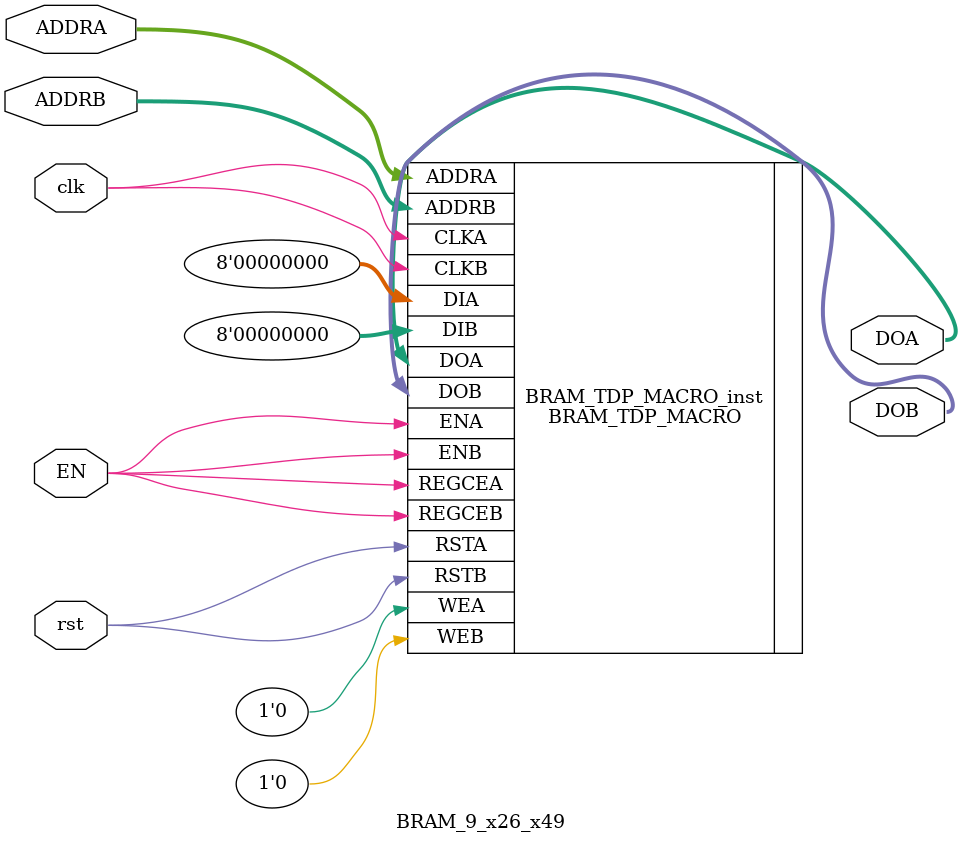
<source format=v>

module BRAM_9_x26_x49(
    input [9:0] ADDRA,
    input [9:0] ADDRB,
    input clk,
    input rst, input EN,
    output [7:0] DOA,
    output [7:0] DOB
    );



// Spartan-6
// Xilinx HDL Libraries Guide, version 14.7
//////////////////////////////////////////////////////////////////////////
// DATA_WIDTH_A/B | BRAM_SIZE | RAM Depth | ADDRA/B Width | WEA/B Width //
// ===============|===========|===========|===============|=============//
// 19-36 | "18Kb" | 512 | 9-bit | 4-bit //
// 10-18 | "18Kb" | 1024 | 10-bit | 2-bit //
// 10-18 | "9Kb" | 512 | 9-bit | 2-bit //
// 5-9 | "18Kb" | 2048 | 11-bit | 1-bit //
// 5-9 | "9Kb" | 1024 | 10-bit | 1-bit //
// 3-4 | "18Kb" | 4096 | 12-bit | 1-bit //
// 3-4 | "9Kb" | 2048 | 11-bit | 1-bit //
// 2 | "18Kb" | 8192 | 13-bit | 1-bit //
// 2 | "9Kb" | 4096 | 12-bit | 1-bit //
// 1 | "18Kb" | 16384 | 14-bit | 1-bit //
// 1 | "9Kb" | 8192 | 12-bit | 1-bit //
//////////////////////////////////////////////////////////////////////////
BRAM_TDP_MACRO #(
	.BRAM_SIZE("9Kb"), // Target BRAM: "9Kb" or "18Kb"
	.DEVICE("SPARTAN6"), // Target device: "VIRTEX5", "VIRTEX6", "SPARTAN6"
	.DOA_REG(1), // Optional port A output register (0 or 1)
	.DOB_REG(1), // Optional port B output register (0 or 1)
	.INIT_A(36'h0123), // Initial values on port A output port
	.INIT_B(36'h3210), // Initial values on port B output port
	.INIT_FILE ("NONE"),
		.READ_WIDTH_A (8), // Valid values are 1-36
	.READ_WIDTH_B (8), // Valid values are 1-36
	.SIM_COLLISION_CHECK ("NONE"), // Collision check enable "ALL", "WARNING_ONLY",
	// "GENERATE_X_ONLY" or "NONE"
	.SRVAL_A(36'h00000000), // Set/Reset value for port A output
	.SRVAL_B(36'h00000000), // Set/Reset value for port B output
	.WRITE_MODE_A("WRITE_FIRST"), // "WRITE_FIRST", "READ_FIRST", or "NO_CHANGE"
	.WRITE_MODE_B("WRITE_FIRST"), // "WRITE_FIRST", "READ_FIRST", or "NO_CHANGE"
	.WRITE_WIDTH_A(8), // Valid values are 1-36
	.WRITE_WIDTH_B(8), // Valid values are 1-36
	
.INIT_00(256'hAC7AE500497A00000000000000000000D600E500330000000000000000000000),
.INIT_01(256'h6CD8B500C7965000D14EAD009F00AD00BBA2180010ECFD007C4E000032000000),
.INIT_02(256'hEEA8970079A8000042D2720030D2000046009700D100000090007200E2000000),
.INIT_03(256'h1FDDF9D894C13C8A56BF152C38A3357E640B2AA6EF17EFF45713C652390FE600),
.INIT_04(256'hAC6821F887A6A09C7AAAFE00D000FE00B48E43649F40C20084AA00002E000000),
.INIT_05(256'hAF09B23BCA89335FABE453004F0053001AEF7DA77F6FFCC3F8E400001C000000),
.INIT_06(256'hABE779CAF2298AAE4F17940097BDE60061D31B56381DE83263C56A00BB6F1800),
.INIT_07(256'h8D45C0C5C89761F34F6EE7388BD8C76A940F7127D1DDD011B0C2CA467474EA14),
.INIT_08(256'h5B8D12F7BE8DF7F7F7F7F7F7F7F7F7F721F712F7C4F7F7F7F7F7F7F7F7F7F7F7),
.INIT_09(256'h9B2F42F73061A7F726B95AF768F75AF74C55EFF7E71B0AF78BB9F7F7C5F7F7F7),
.INIT_0A(256'h195F60F78E5FF7F7B52585F7C725F7F7B1F760F726F7F7F767F785F715F7F7F7),
.INIT_0B(256'hE82A0E2F6336CB7DA148E2DBCF54C28993FCDD5118E01803A0E431A5CEF811F7),
.INIT_0C(256'h5B9FD60F7051576B8D5D09F727F709F74379B49368B735F7735DF7F7D9F7F7F7),
.INIT_0D(256'h58FE45CC3D7EC4A85C13A4F7B8F7A4F7ED188A5088980B340F13F7F7EBF7F7F7),
.INIT_0E(256'h5C108E3D05DE7D59B8E063F7604A11F79624ECA1CFEA1FC594329DF74C98EFF7),
.INIT_0F(256'h7AB237323F609604B89910CF7C2F309D63F886D0262A27E647353DB183831DE3),
.INIT_10(256'h0E8D3600388D0000000000000000000083003600B50000000000000000000000),
.INIT_11(256'h3B64F8003B52CE00C136E500F700E50053E91D0053DF2B002436000012000000),
.INIT_12(256'hF7118A007D110000F99CBC00459C0000E6008A006C0000006500BC00D9000000),
.INIT_13(256'h8E4E279902489DA9FA92B417409438275D78E5BED17E5F8EA42976301E2FFA00),
.INIT_14(256'h1E969B42B20C8C630EBB5100B5005100A178A9210DE2BE005FBB0000E4000000),
.INIT_15(256'h30644E59AAC85978CF8DB4004200B4006A8A993AF0268E1B7B8D0000F6000000),
.INIT_16(256'hD0EEAE18C07405399A993E009D228200F39C9C7BE306375A57056F0050BED300),
.INIT_17(256'hE0F84AC8F664D1D9CBC56445CA78E87501ADBA8C1731219DC47EF762C5C37B52),
.INIT_18(256'hF97AC1F7CF7AF7F7F7F7F7F7F7F7F7F774F7C1F742F7F7F7F7F7F7F7F7F7F7F7),
.INIT_19(256'hCC930FF7CCA539F736C112F700F712F7A41EEAF7A428DCF7D3C1F7F7E5F7F7F7),
.INIT_1A(256'h00E67DF78AE6F7F70E6B4BF7B26BF7F711F77DF79BF7F7F792F74BF72EF7F7F7),
.INIT_1B(256'h79B9D06EF5BF6A5E0D6543E0B763CFD0AA8F12492689A87953DE81C7E9D80DF7),
.INIT_1C(256'hE9616CB545FB7B94F94CA6F742F7A6F7568F5ED6FA1549F7A84CF7F713F7F7F7),
.INIT_1D(256'hC793B9AE5D3FAE8F387A43F7B5F743F79D7D6ECD07D179EC8C7AF7F701F7F7F7),
.INIT_1E(256'h271959EF3783F2CE6D6EC9F76AD575F7046B6B8C14F1C0ADA0F298F7A74924F7),
.INIT_1F(256'h170FBD3F0193262E3C3293B23D8F1F82F65A4D7BE0C6D66A3389009532348CA5),


	
	//===============================================================================
	
	.INIT_20(256'h0000000000000000000000000000000000000000000000000000000000000000),
	.INIT_21(256'h0000000000000000000000000000000000000000000000000000000000000000),
	.INIT_22(256'h0000000000000000000000000000000000000000000000000000000000000000),
	.INIT_23(256'h0000000000000000000000000000000000000000000000000000000000000000),
	.INIT_24(256'h0000000000000000000000000000000000000000000000000000000000000000),
	.INIT_25(256'h0000000000000000000000000000000000000000000000000000000000000000),
	.INIT_26(256'h0000000000000000000000000000000000000000000000000000000000000000),
	.INIT_27(256'h0000000000000000000000000000000000000000000000000000000000000000),
	.INIT_28(256'h0000000000000000000000000000000000000000000000000000000000000000),
	.INIT_29(256'h0000000000000000000000000000000000000000000000000000000000000000),
	.INIT_2A(256'h0000000000000000000000000000000000000000000000000000000000000000),
	.INIT_2B(256'h0000000000000000000000000000000000000000000000000000000000000000),
	.INIT_2C(256'h0000000000000000000000000000000000000000000000000000000000000000),
	.INIT_2D(256'h0000000000000000000000000000000000000000000000000000000000000000),
	.INIT_2E(256'h0000000000000000000000000000000000000000000000000000000000000000),
	.INIT_2F(256'h0000000000000000000000000000000000000000000000000000000000000000),
	.INIT_30(256'h0000000000000000000000000000000000000000000000000000000000000000),
	.INIT_31(256'h0000000000000000000000000000000000000000000000000000000000000000),
	.INIT_32(256'h0000000000000000000000000000000000000000000000000000000000000000),
	.INIT_33(256'h0000000000000000000000000000000000000000000000000000000000000000),
	.INIT_34(256'h0000000000000000000000000000000000000000000000000000000000000000),
	.INIT_35(256'h0000000000000000000000000000000000000000000000000000000000000000),
	.INIT_36(256'h0000000000000000000000000000000000000000000000000000000000000000),
	.INIT_37(256'h0000000000000000000000000000000000000000000000000000000000000000),
	.INIT_38(256'h0000000000000000000000000000000000000000000000000000000000000000),
	.INIT_39(256'h0000000000000000000000000000000000000000000000000000000000000000),
	.INIT_3A(256'h0000000000000000000000000000000000000000000000000000000000000000),
	.INIT_3B(256'h0000000000000000000000000000000000000000000000000000000000000000),
	.INIT_3C(256'h0000000000000000000000000000000000000000000000000000000000000000),
	.INIT_3D(256'h0000000000000000000000000000000000000000000000000000000000000000),
	.INIT_3E(256'h0000000000000000000000000000000000000000000000000000000000000000),
	.INIT_3F(256'h0000000000000000000000000000000000000000000000000000000000000000),


	// The next set of INITP_xx are for the parity bits
	.INITP_00(256'h0000000000000000000000000000000000000000000000000000000000000000),
	.INITP_01(256'h0000000000000000000000000000000000000000000000000000000000000000),
	.INITP_02(256'h0000000000000000000000000000000000000000000000000000000000000000),
	.INITP_03(256'h0000000000000000000000000000000000000000000000000000000000000000),
	// The next set of INITP_xx are for "18Kb" configuration only
	.INITP_04(256'h0000000000000000000000000000000000000000000000000000000000000000),
	.INITP_05(256'h0000000000000000000000000000000000000000000000000000000000000000),
	.INITP_06(256'h0000000000000000000000000000000000000000000000000000000000000000),
	.INITP_07(256'h0000000000000000000000000000000000000000000000000000000000000000)
) BRAM_TDP_MACRO_inst (
	.DOA(DOA), // Output port-A data, width defined by READ_WIDTH_A parameter
	.DOB(DOB), // Output port-B data, width defined by READ_WIDTH_B parameter
	.ADDRA(ADDRA), // Input port-A address, width defined by Port A depth
	.ADDRB(ADDRB), // Input port-B address, width defined by Port B depth
	.CLKA(clk), // 1-bit input port-A clock
	.CLKB(clk), // 1-bit input port-B clock
		.DIA(8'h0), // Input port-A data, width defined by WRITE_WIDTH_A parameter
	.DIB(8'h0), // Input port-B data, width defined by WRITE_WIDTH_B parameter
	.ENA(EN), // 1-bit input port-A enable
	.ENB(EN), // 1-bit input port-B enable
	.REGCEA(EN), // 1-bit input port-A output register enable
	.REGCEB(EN), // 1-bit input port-B output register enable
	.RSTA(rst), // 1-bit input port-A reset
	.RSTB(rst), // 1-bit input port-B reset
	.WEA(1'b0), // Input port-A write enable, width defined by Port A depth
	.WEB(1'b0) // Input port-B write enable, width defined by Port B depth
);
// End of BRAM_TDP_MACRO_inst instantiation
endmodule

</source>
